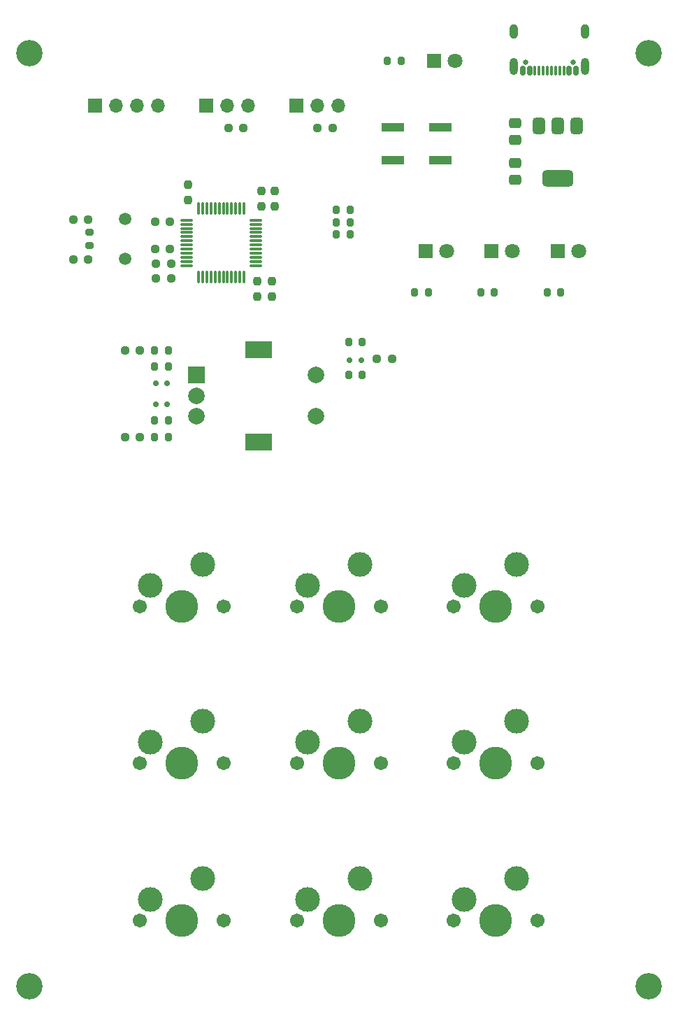
<source format=gbr>
%TF.GenerationSoftware,KiCad,Pcbnew,8.0.4*%
%TF.CreationDate,2024-10-31T19:52:33+01:00*%
%TF.ProjectId,Keyboard,4b657962-6f61-4726-942e-6b696361645f,rev?*%
%TF.SameCoordinates,Original*%
%TF.FileFunction,Soldermask,Top*%
%TF.FilePolarity,Negative*%
%FSLAX46Y46*%
G04 Gerber Fmt 4.6, Leading zero omitted, Abs format (unit mm)*
G04 Created by KiCad (PCBNEW 8.0.4) date 2024-10-31 19:52:33*
%MOMM*%
%LPD*%
G01*
G04 APERTURE LIST*
G04 Aperture macros list*
%AMRoundRect*
0 Rectangle with rounded corners*
0 $1 Rounding radius*
0 $2 $3 $4 $5 $6 $7 $8 $9 X,Y pos of 4 corners*
0 Add a 4 corners polygon primitive as box body*
4,1,4,$2,$3,$4,$5,$6,$7,$8,$9,$2,$3,0*
0 Add four circle primitives for the rounded corners*
1,1,$1+$1,$2,$3*
1,1,$1+$1,$4,$5*
1,1,$1+$1,$6,$7*
1,1,$1+$1,$8,$9*
0 Add four rect primitives between the rounded corners*
20,1,$1+$1,$2,$3,$4,$5,0*
20,1,$1+$1,$4,$5,$6,$7,0*
20,1,$1+$1,$6,$7,$8,$9,0*
20,1,$1+$1,$8,$9,$2,$3,0*%
G04 Aperture macros list end*
%ADD10C,3.200000*%
%ADD11RoundRect,0.200000X-0.275000X0.200000X-0.275000X-0.200000X0.275000X-0.200000X0.275000X0.200000X0*%
%ADD12RoundRect,0.200000X-0.200000X-0.275000X0.200000X-0.275000X0.200000X0.275000X-0.200000X0.275000X0*%
%ADD13C,1.800000*%
%ADD14R,1.800000X1.800000*%
%ADD15O,1.700000X1.700000*%
%ADD16R,1.700000X1.700000*%
%ADD17RoundRect,0.237500X0.250000X0.237500X-0.250000X0.237500X-0.250000X-0.237500X0.250000X-0.237500X0*%
%ADD18RoundRect,0.237500X0.237500X-0.250000X0.237500X0.250000X-0.237500X0.250000X-0.237500X-0.250000X0*%
%ADD19C,2.000000*%
%ADD20R,3.200000X2.000000*%
%ADD21R,2.000000X2.000000*%
%ADD22RoundRect,0.375000X-0.375000X0.625000X-0.375000X-0.625000X0.375000X-0.625000X0.375000X0.625000X0*%
%ADD23RoundRect,0.500000X-1.400000X0.500000X-1.400000X-0.500000X1.400000X-0.500000X1.400000X0.500000X0*%
%ADD24C,1.701800*%
%ADD25C,3.000000*%
%ADD26C,3.987800*%
%ADD27RoundRect,0.150000X-0.150000X-0.200000X0.150000X-0.200000X0.150000X0.200000X-0.150000X0.200000X0*%
%ADD28RoundRect,0.200000X0.200000X0.275000X-0.200000X0.275000X-0.200000X-0.275000X0.200000X-0.275000X0*%
%ADD29RoundRect,0.237500X-0.250000X-0.237500X0.250000X-0.237500X0.250000X0.237500X-0.250000X0.237500X0*%
%ADD30C,1.500000*%
%ADD31R,2.800000X1.000000*%
%ADD32RoundRect,0.250000X0.475000X-0.337500X0.475000X0.337500X-0.475000X0.337500X-0.475000X-0.337500X0*%
%ADD33RoundRect,0.237500X-0.237500X0.250000X-0.237500X-0.250000X0.237500X-0.250000X0.237500X0.250000X0*%
%ADD34RoundRect,0.150000X0.150000X0.200000X-0.150000X0.200000X-0.150000X-0.200000X0.150000X-0.200000X0*%
%ADD35RoundRect,0.250000X-0.475000X0.337500X-0.475000X-0.337500X0.475000X-0.337500X0.475000X0.337500X0*%
%ADD36O,1.000000X1.800000*%
%ADD37O,1.000000X2.100000*%
%ADD38RoundRect,0.150000X0.150000X0.425000X-0.150000X0.425000X-0.150000X-0.425000X0.150000X-0.425000X0*%
%ADD39RoundRect,0.075000X0.075000X0.500000X-0.075000X0.500000X-0.075000X-0.500000X0.075000X-0.500000X0*%
%ADD40C,0.650000*%
%ADD41RoundRect,0.075000X-0.075000X-0.662500X0.075000X-0.662500X0.075000X0.662500X-0.075000X0.662500X0*%
%ADD42RoundRect,0.075000X-0.662500X-0.075000X0.662500X-0.075000X0.662500X0.075000X-0.662500X0.075000X0*%
G04 APERTURE END LIST*
D10*
%TO.C,REF\u002A\u002A*%
X150000000Y-82000000D03*
%TD*%
%TO.C,REF\u002A\u002A*%
X75000000Y-82000000D03*
%TD*%
%TO.C,REF\u002A\u002A*%
X150000000Y-195000000D03*
%TD*%
%TO.C,REF\u002A\u002A*%
X75000000Y-195000000D03*
%TD*%
D11*
%TO.C,R13*%
X82250000Y-105325000D03*
X82250000Y-103675000D03*
%TD*%
D12*
%TO.C,R12*%
X113825000Y-101000000D03*
X112175000Y-101000000D03*
%TD*%
%TO.C,R11*%
X123340000Y-111000000D03*
X121690000Y-111000000D03*
%TD*%
%TO.C,R10*%
X131325000Y-111000000D03*
X129675000Y-111000000D03*
%TD*%
%TO.C,R9*%
X137715000Y-111000000D03*
X139365000Y-111000000D03*
%TD*%
D13*
%TO.C,D6*%
X125515000Y-106000000D03*
D14*
X122975000Y-106000000D03*
%TD*%
D13*
%TO.C,D5*%
X133540000Y-106000000D03*
D14*
X131000000Y-106000000D03*
%TD*%
%TO.C,D4*%
X139000000Y-106000000D03*
D13*
X141540000Y-106000000D03*
%TD*%
D15*
%TO.C,J3*%
X112462000Y-88375000D03*
X109922000Y-88375000D03*
D16*
X107382000Y-88375000D03*
%TD*%
D15*
%TO.C,J2*%
X101540000Y-88375000D03*
X99000000Y-88375000D03*
D16*
X96460000Y-88375000D03*
%TD*%
D17*
%TO.C,R5*%
X109883500Y-91112000D03*
X111708500Y-91112000D03*
%TD*%
D18*
%TO.C,C9*%
X94186000Y-97991500D03*
X94186000Y-99816500D03*
%TD*%
%TO.C,C10*%
X103076000Y-98753500D03*
X103076000Y-100578500D03*
%TD*%
D17*
%TO.C,C8*%
X90225500Y-102460000D03*
X92050500Y-102460000D03*
%TD*%
%TO.C,C13*%
X80319500Y-107032000D03*
X82144500Y-107032000D03*
%TD*%
D18*
%TO.C,C7*%
X104698500Y-98741500D03*
X104698500Y-100566500D03*
%TD*%
D12*
%TO.C,R21*%
X91825000Y-118000000D03*
X90175000Y-118000000D03*
%TD*%
D19*
%TO.C,SW77*%
X109750000Y-121000000D03*
X109750000Y-126000000D03*
D20*
X102750000Y-129100000D03*
X102750000Y-117900000D03*
D19*
X95250000Y-123500000D03*
X95250000Y-126000000D03*
D21*
X95250000Y-121000000D03*
%TD*%
D22*
%TO.C,U2*%
X136700000Y-90850000D03*
D23*
X139000000Y-97150000D03*
D22*
X139000000Y-90850000D03*
X141300000Y-90850000D03*
%TD*%
D24*
%TO.C,SW1*%
X98580000Y-149000000D03*
D25*
X96040000Y-143920000D03*
D26*
X93500000Y-149000000D03*
D25*
X89690000Y-146460000D03*
D24*
X88420000Y-149000000D03*
%TD*%
%TO.C,SW32*%
X117580000Y-187000000D03*
D25*
X115040000Y-181920000D03*
D26*
X112500000Y-187000000D03*
D25*
X108690000Y-184460000D03*
D24*
X107420000Y-187000000D03*
%TD*%
%TO.C,SW18*%
X136580000Y-168000000D03*
D25*
X134040000Y-162920000D03*
D26*
X131500000Y-168000000D03*
D25*
X127690000Y-165460000D03*
D24*
X126420000Y-168000000D03*
%TD*%
%TO.C,SW16*%
X98580000Y-168000000D03*
D25*
X96040000Y-162920000D03*
D26*
X93500000Y-168000000D03*
D25*
X89690000Y-165460000D03*
D24*
X88420000Y-168000000D03*
%TD*%
%TO.C,SW17*%
X117580000Y-168000000D03*
D25*
X115040000Y-162920000D03*
D26*
X112500000Y-168000000D03*
D25*
X108690000Y-165460000D03*
D24*
X107420000Y-168000000D03*
%TD*%
D17*
%TO.C,C15*%
X86587500Y-128500000D03*
X88412500Y-128500000D03*
%TD*%
D27*
%TO.C,D77*%
X113800000Y-119222000D03*
X115200000Y-119222000D03*
%TD*%
D28*
%TO.C,R1*%
X112175000Y-104000000D03*
X113825000Y-104000000D03*
%TD*%
D24*
%TO.C,SW3*%
X136580000Y-149000000D03*
D25*
X134040000Y-143920000D03*
D26*
X131500000Y-149000000D03*
D25*
X127690000Y-146460000D03*
D24*
X126420000Y-149000000D03*
%TD*%
D29*
%TO.C,C12*%
X82144500Y-102206000D03*
X80319500Y-102206000D03*
%TD*%
D12*
%TO.C,R3*%
X120004000Y-83000000D03*
X118354000Y-83000000D03*
%TD*%
D29*
%TO.C,C16*%
X117087500Y-119000000D03*
X118912500Y-119000000D03*
%TD*%
D13*
%TO.C,D76*%
X126540000Y-83000000D03*
D14*
X124000000Y-83000000D03*
%TD*%
D30*
%TO.C,Y1*%
X86566000Y-102062000D03*
X86566000Y-106942000D03*
%TD*%
D31*
%TO.C,SW76*%
X124800000Y-95000000D03*
X119000000Y-95000000D03*
X124800000Y-91000000D03*
X119000000Y-91000000D03*
%TD*%
D32*
%TO.C,C2*%
X133828000Y-95322500D03*
X133828000Y-97397500D03*
%TD*%
D24*
%TO.C,SW31*%
X98580000Y-187000000D03*
D25*
X96040000Y-181920000D03*
D26*
X93500000Y-187000000D03*
D25*
X89690000Y-184460000D03*
D24*
X88420000Y-187000000D03*
%TD*%
D17*
%TO.C,C14*%
X86587500Y-118000000D03*
X88412500Y-118000000D03*
%TD*%
D33*
%TO.C,C11*%
X104346000Y-111500500D03*
X104346000Y-109675500D03*
%TD*%
D17*
%TO.C,C5*%
X90324000Y-109306000D03*
X92149000Y-109306000D03*
%TD*%
D12*
%TO.C,R26*%
X115325000Y-117000000D03*
X113675000Y-117000000D03*
%TD*%
D28*
%TO.C,R22*%
X113675000Y-121000000D03*
X115325000Y-121000000D03*
%TD*%
D34*
%TO.C,D79*%
X91700000Y-122000000D03*
X90300000Y-122000000D03*
%TD*%
D33*
%TO.C,C6*%
X102568000Y-111500500D03*
X102568000Y-109675500D03*
%TD*%
D34*
%TO.C,D78*%
X91700000Y-124500000D03*
X90300000Y-124500000D03*
%TD*%
D17*
%TO.C,R4*%
X99088500Y-91112000D03*
X100913500Y-91112000D03*
%TD*%
D24*
%TO.C,SW33*%
X136580000Y-187000000D03*
D25*
X134040000Y-181920000D03*
D26*
X131500000Y-187000000D03*
D25*
X127690000Y-184460000D03*
D24*
X126420000Y-187000000D03*
%TD*%
D12*
%TO.C,R25*%
X91825000Y-128500000D03*
X90175000Y-128500000D03*
%TD*%
D17*
%TO.C,C3*%
X90225500Y-105762000D03*
X92050500Y-105762000D03*
%TD*%
D35*
%TO.C,C1*%
X133828000Y-92571500D03*
X133828000Y-90496500D03*
%TD*%
D36*
%TO.C,J1*%
X133680000Y-79425000D03*
D37*
X133680000Y-83605000D03*
D36*
X142320000Y-79425000D03*
D37*
X142320000Y-83605000D03*
D38*
X141200000Y-84180000D03*
X140400000Y-84180000D03*
D39*
X139750000Y-84180000D03*
X138750000Y-84180000D03*
X137250000Y-84180000D03*
X136250000Y-84180000D03*
D38*
X135600000Y-84180000D03*
X134800000Y-84180000D03*
X134800000Y-84180000D03*
X135600000Y-84180000D03*
D39*
X136750000Y-84180000D03*
X137750000Y-84180000D03*
X138250000Y-84180000D03*
X139250000Y-84180000D03*
D38*
X140400000Y-84180000D03*
X141200000Y-84180000D03*
D40*
X135110000Y-83105000D03*
X140890000Y-83105000D03*
%TD*%
D12*
%TO.C,R24*%
X91825000Y-120000000D03*
X90175000Y-120000000D03*
%TD*%
D28*
%TO.C,R2*%
X112175000Y-102500000D03*
X113825000Y-102500000D03*
%TD*%
D24*
%TO.C,SW2*%
X117580000Y-149000000D03*
D25*
X115040000Y-143920000D03*
D26*
X112500000Y-149000000D03*
D25*
X108690000Y-146460000D03*
D24*
X107420000Y-149000000D03*
%TD*%
D12*
%TO.C,R23*%
X91825000Y-126500000D03*
X90175000Y-126500000D03*
%TD*%
D15*
%TO.C,J4*%
X90613000Y-88375000D03*
X88073000Y-88375000D03*
X85533000Y-88375000D03*
D16*
X82993000Y-88375000D03*
%TD*%
D17*
%TO.C,C4*%
X90324000Y-107528000D03*
X92149000Y-107528000D03*
%TD*%
D41*
%TO.C,U1*%
X95500000Y-100837500D03*
X96000000Y-100837500D03*
X96500000Y-100837500D03*
X97000000Y-100837500D03*
X97500000Y-100837500D03*
X98000000Y-100837500D03*
X98500000Y-100837500D03*
X99000000Y-100837500D03*
X99500000Y-100837500D03*
X100000000Y-100837500D03*
X100500000Y-100837500D03*
X101000000Y-100837500D03*
D42*
X102412500Y-102250000D03*
X102412500Y-102750000D03*
X102412500Y-103250000D03*
X102412500Y-103750000D03*
X102412500Y-104250000D03*
X102412500Y-104750000D03*
X102412500Y-105250000D03*
X102412500Y-105750000D03*
X102412500Y-106250000D03*
X102412500Y-106750000D03*
X102412500Y-107250000D03*
X102412500Y-107750000D03*
D41*
X101000000Y-109162500D03*
X100500000Y-109162500D03*
X100000000Y-109162500D03*
X99500000Y-109162500D03*
X99000000Y-109162500D03*
X98500000Y-109162500D03*
X98000000Y-109162500D03*
X97500000Y-109162500D03*
X97000000Y-109162500D03*
X96500000Y-109162500D03*
X96000000Y-109162500D03*
X95500000Y-109162500D03*
D42*
X94087500Y-107750000D03*
X94087500Y-107250000D03*
X94087500Y-106750000D03*
X94087500Y-106250000D03*
X94087500Y-105750000D03*
X94087500Y-105250000D03*
X94087500Y-104750000D03*
X94087500Y-104250000D03*
X94087500Y-103750000D03*
X94087500Y-103250000D03*
X94087500Y-102750000D03*
X94087500Y-102250000D03*
%TD*%
M02*

</source>
